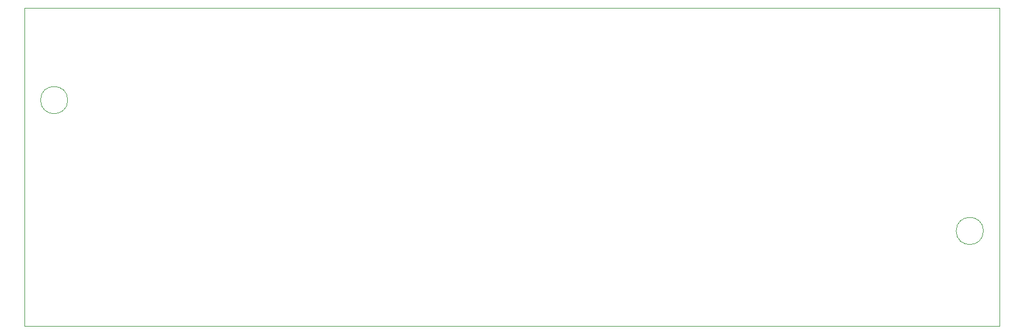
<source format=gbr>
%TF.GenerationSoftware,KiCad,Pcbnew,9.0.2*%
%TF.CreationDate,2025-06-30T21:03:27+02:00*%
%TF.ProjectId,evac,65766163-2e6b-4696-9361-645f70636258,rev?*%
%TF.SameCoordinates,Original*%
%TF.FileFunction,Profile,NP*%
%FSLAX46Y46*%
G04 Gerber Fmt 4.6, Leading zero omitted, Abs format (unit mm)*
G04 Created by KiCad (PCBNEW 9.0.2) date 2025-06-30 21:03:27*
%MOMM*%
%LPD*%
G01*
G04 APERTURE LIST*
%TA.AperFunction,Profile*%
%ADD10C,0.050000*%
%TD*%
G04 APERTURE END LIST*
D10*
X72600000Y-78500000D02*
X217600000Y-78500000D01*
X217600000Y-125800000D01*
X72600000Y-125800000D01*
X72600000Y-78500000D01*
X215224846Y-111675154D02*
G75*
G02*
X211175154Y-111675154I-2024846J0D01*
G01*
X211175154Y-111675154D02*
G75*
G02*
X215224846Y-111675154I2024846J0D01*
G01*
X79024846Y-92200000D02*
G75*
G02*
X74975154Y-92200000I-2024846J0D01*
G01*
X74975154Y-92200000D02*
G75*
G02*
X79024846Y-92200000I2024846J0D01*
G01*
M02*

</source>
